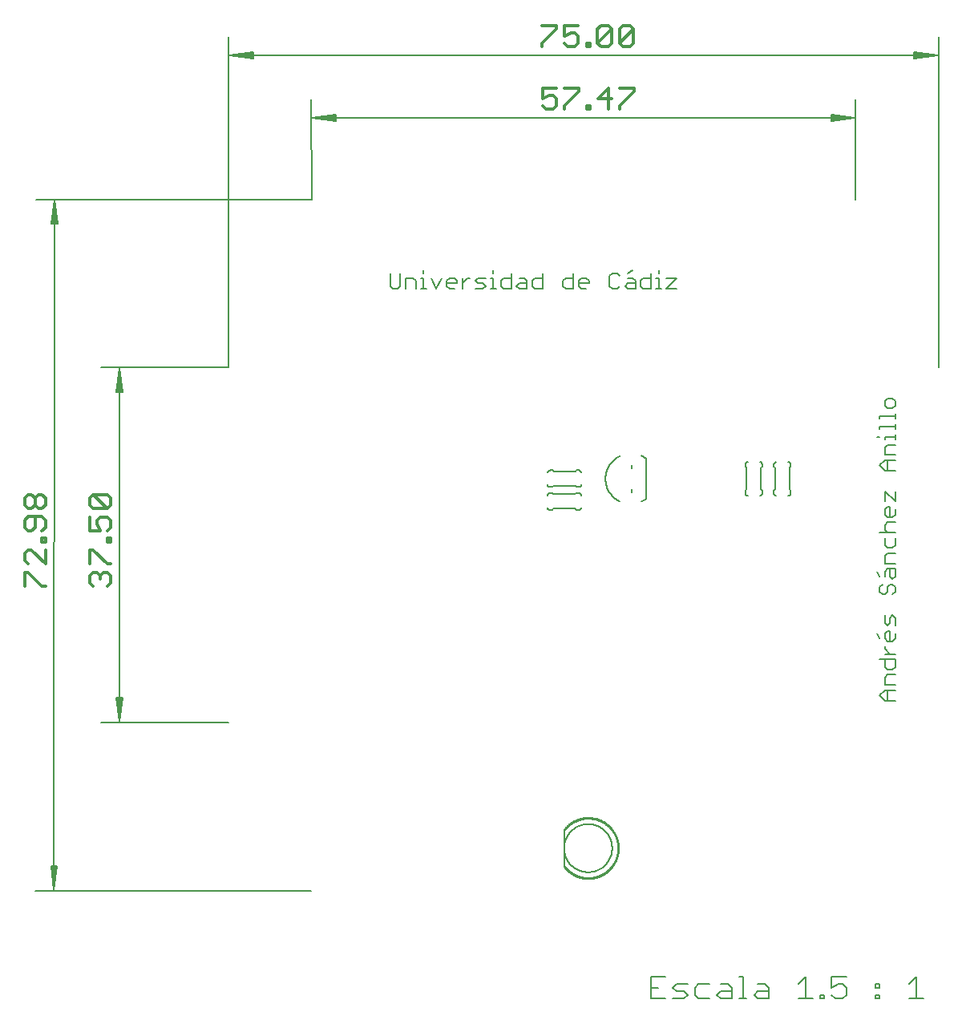
<source format=gto>
G75*
%MOIN*%
%OFA0B0*%
%FSLAX25Y25*%
%IPPOS*%
%LPD*%
%AMOC8*
5,1,8,0,0,1.08239X$1,22.5*
%
%ADD10C,0.00600*%
%ADD11C,0.00800*%
%ADD12C,0.00512*%
%ADD13C,0.01300*%
%ADD14C,0.01000*%
%ADD15C,0.00500*%
D10*
X0223439Y0207895D02*
X0224439Y0207895D01*
X0224939Y0208395D01*
X0233939Y0208395D01*
X0234439Y0207895D01*
X0235439Y0207895D01*
X0235499Y0207897D01*
X0235560Y0207902D01*
X0235619Y0207911D01*
X0235678Y0207924D01*
X0235737Y0207940D01*
X0235794Y0207960D01*
X0235849Y0207983D01*
X0235904Y0208010D01*
X0235956Y0208039D01*
X0236007Y0208072D01*
X0236056Y0208108D01*
X0236102Y0208146D01*
X0236146Y0208188D01*
X0236188Y0208232D01*
X0236226Y0208278D01*
X0236262Y0208327D01*
X0236295Y0208378D01*
X0236324Y0208430D01*
X0236351Y0208485D01*
X0236374Y0208540D01*
X0236394Y0208597D01*
X0236410Y0208656D01*
X0236423Y0208715D01*
X0236432Y0208774D01*
X0236437Y0208835D01*
X0236439Y0208895D01*
X0236439Y0213895D02*
X0236437Y0213955D01*
X0236432Y0214016D01*
X0236423Y0214075D01*
X0236410Y0214134D01*
X0236394Y0214193D01*
X0236374Y0214250D01*
X0236351Y0214305D01*
X0236324Y0214360D01*
X0236295Y0214412D01*
X0236262Y0214463D01*
X0236226Y0214512D01*
X0236188Y0214558D01*
X0236146Y0214602D01*
X0236102Y0214644D01*
X0236056Y0214682D01*
X0236007Y0214718D01*
X0235956Y0214751D01*
X0235904Y0214780D01*
X0235849Y0214807D01*
X0235794Y0214830D01*
X0235737Y0214850D01*
X0235678Y0214866D01*
X0235619Y0214879D01*
X0235560Y0214888D01*
X0235499Y0214893D01*
X0235439Y0214895D01*
X0234439Y0214895D01*
X0233939Y0214395D01*
X0224939Y0214395D01*
X0224439Y0214895D01*
X0223439Y0214895D01*
X0223379Y0214893D01*
X0223318Y0214888D01*
X0223259Y0214879D01*
X0223200Y0214866D01*
X0223141Y0214850D01*
X0223084Y0214830D01*
X0223029Y0214807D01*
X0222974Y0214780D01*
X0222922Y0214751D01*
X0222871Y0214718D01*
X0222822Y0214682D01*
X0222776Y0214644D01*
X0222732Y0214602D01*
X0222690Y0214558D01*
X0222652Y0214512D01*
X0222616Y0214463D01*
X0222583Y0214412D01*
X0222554Y0214360D01*
X0222527Y0214305D01*
X0222504Y0214250D01*
X0222484Y0214193D01*
X0222468Y0214134D01*
X0222455Y0214075D01*
X0222446Y0214016D01*
X0222441Y0213955D01*
X0222439Y0213895D01*
X0223502Y0217369D02*
X0224502Y0217369D01*
X0225002Y0217869D01*
X0234002Y0217869D01*
X0234502Y0217369D01*
X0235502Y0217369D01*
X0235562Y0217371D01*
X0235623Y0217376D01*
X0235682Y0217385D01*
X0235741Y0217398D01*
X0235800Y0217414D01*
X0235857Y0217434D01*
X0235912Y0217457D01*
X0235967Y0217484D01*
X0236019Y0217513D01*
X0236070Y0217546D01*
X0236119Y0217582D01*
X0236165Y0217620D01*
X0236209Y0217662D01*
X0236251Y0217706D01*
X0236289Y0217752D01*
X0236325Y0217801D01*
X0236358Y0217852D01*
X0236387Y0217904D01*
X0236414Y0217959D01*
X0236437Y0218014D01*
X0236457Y0218071D01*
X0236473Y0218130D01*
X0236486Y0218189D01*
X0236495Y0218248D01*
X0236500Y0218309D01*
X0236502Y0218369D01*
X0236502Y0223369D02*
X0236500Y0223429D01*
X0236495Y0223490D01*
X0236486Y0223549D01*
X0236473Y0223608D01*
X0236457Y0223667D01*
X0236437Y0223724D01*
X0236414Y0223779D01*
X0236387Y0223834D01*
X0236358Y0223886D01*
X0236325Y0223937D01*
X0236289Y0223986D01*
X0236251Y0224032D01*
X0236209Y0224076D01*
X0236165Y0224118D01*
X0236119Y0224156D01*
X0236070Y0224192D01*
X0236019Y0224225D01*
X0235967Y0224254D01*
X0235912Y0224281D01*
X0235857Y0224304D01*
X0235800Y0224324D01*
X0235741Y0224340D01*
X0235682Y0224353D01*
X0235623Y0224362D01*
X0235562Y0224367D01*
X0235502Y0224369D01*
X0234502Y0224369D01*
X0234002Y0223869D01*
X0225002Y0223869D01*
X0224502Y0224369D01*
X0223502Y0224369D01*
X0223442Y0224367D01*
X0223381Y0224362D01*
X0223322Y0224353D01*
X0223263Y0224340D01*
X0223204Y0224324D01*
X0223147Y0224304D01*
X0223092Y0224281D01*
X0223037Y0224254D01*
X0222985Y0224225D01*
X0222934Y0224192D01*
X0222885Y0224156D01*
X0222839Y0224118D01*
X0222795Y0224076D01*
X0222753Y0224032D01*
X0222715Y0223986D01*
X0222679Y0223937D01*
X0222646Y0223886D01*
X0222617Y0223834D01*
X0222590Y0223779D01*
X0222567Y0223724D01*
X0222547Y0223667D01*
X0222531Y0223608D01*
X0222518Y0223549D01*
X0222509Y0223490D01*
X0222504Y0223429D01*
X0222502Y0223369D01*
X0222502Y0218369D02*
X0222504Y0218309D01*
X0222509Y0218248D01*
X0222518Y0218189D01*
X0222531Y0218130D01*
X0222547Y0218071D01*
X0222567Y0218014D01*
X0222590Y0217959D01*
X0222617Y0217904D01*
X0222646Y0217852D01*
X0222679Y0217801D01*
X0222715Y0217752D01*
X0222753Y0217706D01*
X0222795Y0217662D01*
X0222839Y0217620D01*
X0222885Y0217582D01*
X0222934Y0217546D01*
X0222985Y0217513D01*
X0223037Y0217484D01*
X0223092Y0217457D01*
X0223147Y0217434D01*
X0223204Y0217414D01*
X0223263Y0217398D01*
X0223322Y0217385D01*
X0223381Y0217376D01*
X0223442Y0217371D01*
X0223502Y0217369D01*
X0222439Y0208895D02*
X0222441Y0208835D01*
X0222446Y0208774D01*
X0222455Y0208715D01*
X0222468Y0208656D01*
X0222484Y0208597D01*
X0222504Y0208540D01*
X0222527Y0208485D01*
X0222554Y0208430D01*
X0222583Y0208378D01*
X0222616Y0208327D01*
X0222652Y0208278D01*
X0222690Y0208232D01*
X0222732Y0208188D01*
X0222776Y0208146D01*
X0222822Y0208108D01*
X0222871Y0208072D01*
X0222922Y0208039D01*
X0222974Y0208010D01*
X0223029Y0207983D01*
X0223084Y0207960D01*
X0223141Y0207940D01*
X0223200Y0207924D01*
X0223259Y0207911D01*
X0223318Y0207902D01*
X0223379Y0207897D01*
X0223439Y0207895D01*
X0304742Y0214869D02*
X0304742Y0215869D01*
X0305242Y0216369D01*
X0305242Y0225369D01*
X0304742Y0225869D01*
X0304742Y0226869D01*
X0304744Y0226929D01*
X0304749Y0226990D01*
X0304758Y0227049D01*
X0304771Y0227108D01*
X0304787Y0227167D01*
X0304807Y0227224D01*
X0304830Y0227279D01*
X0304857Y0227334D01*
X0304886Y0227386D01*
X0304919Y0227437D01*
X0304955Y0227486D01*
X0304993Y0227532D01*
X0305035Y0227576D01*
X0305079Y0227618D01*
X0305125Y0227656D01*
X0305174Y0227692D01*
X0305225Y0227725D01*
X0305277Y0227754D01*
X0305332Y0227781D01*
X0305387Y0227804D01*
X0305444Y0227824D01*
X0305503Y0227840D01*
X0305562Y0227853D01*
X0305621Y0227862D01*
X0305682Y0227867D01*
X0305742Y0227869D01*
X0310742Y0227869D02*
X0310802Y0227867D01*
X0310863Y0227862D01*
X0310922Y0227853D01*
X0310981Y0227840D01*
X0311040Y0227824D01*
X0311097Y0227804D01*
X0311152Y0227781D01*
X0311207Y0227754D01*
X0311259Y0227725D01*
X0311310Y0227692D01*
X0311359Y0227656D01*
X0311405Y0227618D01*
X0311449Y0227576D01*
X0311491Y0227532D01*
X0311529Y0227486D01*
X0311565Y0227437D01*
X0311598Y0227386D01*
X0311627Y0227334D01*
X0311654Y0227279D01*
X0311677Y0227224D01*
X0311697Y0227167D01*
X0311713Y0227108D01*
X0311726Y0227049D01*
X0311735Y0226990D01*
X0311740Y0226929D01*
X0311742Y0226869D01*
X0311742Y0225869D01*
X0311242Y0225369D01*
X0311242Y0216369D01*
X0311742Y0215869D01*
X0311742Y0214869D01*
X0311740Y0214809D01*
X0311735Y0214748D01*
X0311726Y0214689D01*
X0311713Y0214630D01*
X0311697Y0214571D01*
X0311677Y0214514D01*
X0311654Y0214459D01*
X0311627Y0214404D01*
X0311598Y0214352D01*
X0311565Y0214301D01*
X0311529Y0214252D01*
X0311491Y0214206D01*
X0311449Y0214162D01*
X0311405Y0214120D01*
X0311359Y0214082D01*
X0311310Y0214046D01*
X0311259Y0214013D01*
X0311207Y0213984D01*
X0311152Y0213957D01*
X0311097Y0213934D01*
X0311040Y0213914D01*
X0310981Y0213898D01*
X0310922Y0213885D01*
X0310863Y0213876D01*
X0310802Y0213871D01*
X0310742Y0213869D01*
X0305742Y0213869D02*
X0305682Y0213871D01*
X0305621Y0213876D01*
X0305562Y0213885D01*
X0305503Y0213898D01*
X0305444Y0213914D01*
X0305387Y0213934D01*
X0305332Y0213957D01*
X0305277Y0213984D01*
X0305225Y0214013D01*
X0305174Y0214046D01*
X0305125Y0214082D01*
X0305079Y0214120D01*
X0305035Y0214162D01*
X0304993Y0214206D01*
X0304955Y0214252D01*
X0304919Y0214301D01*
X0304886Y0214352D01*
X0304857Y0214404D01*
X0304830Y0214459D01*
X0304807Y0214514D01*
X0304787Y0214571D01*
X0304771Y0214630D01*
X0304758Y0214689D01*
X0304749Y0214748D01*
X0304744Y0214809D01*
X0304742Y0214869D01*
X0316553Y0214869D02*
X0316553Y0215869D01*
X0317053Y0216369D01*
X0317053Y0225369D01*
X0316553Y0225869D01*
X0316553Y0226869D01*
X0316555Y0226929D01*
X0316560Y0226990D01*
X0316569Y0227049D01*
X0316582Y0227108D01*
X0316598Y0227167D01*
X0316618Y0227224D01*
X0316641Y0227279D01*
X0316668Y0227334D01*
X0316697Y0227386D01*
X0316730Y0227437D01*
X0316766Y0227486D01*
X0316804Y0227532D01*
X0316846Y0227576D01*
X0316890Y0227618D01*
X0316936Y0227656D01*
X0316985Y0227692D01*
X0317036Y0227725D01*
X0317088Y0227754D01*
X0317143Y0227781D01*
X0317198Y0227804D01*
X0317255Y0227824D01*
X0317314Y0227840D01*
X0317373Y0227853D01*
X0317432Y0227862D01*
X0317493Y0227867D01*
X0317553Y0227869D01*
X0322553Y0227869D02*
X0322613Y0227867D01*
X0322674Y0227862D01*
X0322733Y0227853D01*
X0322792Y0227840D01*
X0322851Y0227824D01*
X0322908Y0227804D01*
X0322963Y0227781D01*
X0323018Y0227754D01*
X0323070Y0227725D01*
X0323121Y0227692D01*
X0323170Y0227656D01*
X0323216Y0227618D01*
X0323260Y0227576D01*
X0323302Y0227532D01*
X0323340Y0227486D01*
X0323376Y0227437D01*
X0323409Y0227386D01*
X0323438Y0227334D01*
X0323465Y0227279D01*
X0323488Y0227224D01*
X0323508Y0227167D01*
X0323524Y0227108D01*
X0323537Y0227049D01*
X0323546Y0226990D01*
X0323551Y0226929D01*
X0323553Y0226869D01*
X0323553Y0225869D01*
X0323053Y0225369D01*
X0323053Y0216369D01*
X0323553Y0215869D01*
X0323553Y0214869D01*
X0323551Y0214809D01*
X0323546Y0214748D01*
X0323537Y0214689D01*
X0323524Y0214630D01*
X0323508Y0214571D01*
X0323488Y0214514D01*
X0323465Y0214459D01*
X0323438Y0214404D01*
X0323409Y0214352D01*
X0323376Y0214301D01*
X0323340Y0214252D01*
X0323302Y0214206D01*
X0323260Y0214162D01*
X0323216Y0214120D01*
X0323170Y0214082D01*
X0323121Y0214046D01*
X0323070Y0214013D01*
X0323018Y0213984D01*
X0322963Y0213957D01*
X0322908Y0213934D01*
X0322851Y0213914D01*
X0322792Y0213898D01*
X0322733Y0213885D01*
X0322674Y0213876D01*
X0322613Y0213871D01*
X0322553Y0213869D01*
X0317553Y0213869D02*
X0317493Y0213871D01*
X0317432Y0213876D01*
X0317373Y0213885D01*
X0317314Y0213898D01*
X0317255Y0213914D01*
X0317198Y0213934D01*
X0317143Y0213957D01*
X0317088Y0213984D01*
X0317036Y0214013D01*
X0316985Y0214046D01*
X0316936Y0214082D01*
X0316890Y0214120D01*
X0316846Y0214162D01*
X0316804Y0214206D01*
X0316766Y0214252D01*
X0316730Y0214301D01*
X0316697Y0214352D01*
X0316668Y0214404D01*
X0316641Y0214459D01*
X0316618Y0214514D01*
X0316598Y0214571D01*
X0316582Y0214630D01*
X0316569Y0214689D01*
X0316560Y0214748D01*
X0316555Y0214809D01*
X0316553Y0214869D01*
X0360592Y0226392D02*
X0362727Y0228528D01*
X0366997Y0228528D01*
X0366997Y0230703D02*
X0362727Y0230703D01*
X0362727Y0233906D01*
X0363794Y0234973D01*
X0366997Y0234973D01*
X0366997Y0237148D02*
X0366997Y0239283D01*
X0366997Y0238216D02*
X0362727Y0238216D01*
X0362727Y0237148D01*
X0360592Y0238216D02*
X0359524Y0238216D01*
X0360592Y0241445D02*
X0360592Y0242513D01*
X0366997Y0242513D01*
X0366997Y0243580D02*
X0366997Y0241445D01*
X0366997Y0245742D02*
X0366997Y0247877D01*
X0366997Y0246810D02*
X0360592Y0246810D01*
X0360592Y0245742D01*
X0363794Y0250039D02*
X0362727Y0251107D01*
X0362727Y0253242D01*
X0363794Y0254310D01*
X0365930Y0254310D01*
X0366997Y0253242D01*
X0366997Y0251107D01*
X0365930Y0250039D01*
X0363794Y0250039D01*
X0363794Y0228528D02*
X0363794Y0224257D01*
X0362727Y0224257D02*
X0366997Y0224257D01*
X0362727Y0224257D02*
X0360592Y0226392D01*
X0362727Y0215637D02*
X0366997Y0211366D01*
X0366997Y0215637D01*
X0362727Y0215637D02*
X0362727Y0211366D01*
X0363794Y0209191D02*
X0362727Y0208124D01*
X0362727Y0205988D01*
X0363794Y0204921D01*
X0365930Y0204921D01*
X0366997Y0205988D01*
X0366997Y0208124D01*
X0364862Y0209191D02*
X0364862Y0204921D01*
X0363794Y0202746D02*
X0362727Y0201678D01*
X0362727Y0199543D01*
X0363794Y0198475D01*
X0362727Y0196300D02*
X0362727Y0193097D01*
X0363794Y0192030D01*
X0365930Y0192030D01*
X0366997Y0193097D01*
X0366997Y0196300D01*
X0366997Y0198475D02*
X0360592Y0198475D01*
X0363794Y0202746D02*
X0366997Y0202746D01*
X0364862Y0209191D02*
X0363794Y0209191D01*
X0363794Y0189855D02*
X0362727Y0188787D01*
X0362727Y0185584D01*
X0366997Y0185584D01*
X0366997Y0183409D02*
X0366997Y0180206D01*
X0365930Y0179139D01*
X0364862Y0180206D01*
X0364862Y0183409D01*
X0363794Y0183409D02*
X0366997Y0183409D01*
X0363794Y0183409D02*
X0362727Y0182342D01*
X0362727Y0180206D01*
X0360592Y0180206D02*
X0359524Y0182342D01*
X0363794Y0189855D02*
X0366997Y0189855D01*
X0365930Y0176964D02*
X0366997Y0175896D01*
X0366997Y0173761D01*
X0365930Y0172693D01*
X0363794Y0173761D02*
X0363794Y0175896D01*
X0364862Y0176964D01*
X0365930Y0176964D01*
X0363794Y0173761D02*
X0362727Y0172693D01*
X0361659Y0172693D01*
X0360592Y0173761D01*
X0360592Y0175896D01*
X0361659Y0176964D01*
X0362727Y0164073D02*
X0362727Y0160870D01*
X0363794Y0159802D01*
X0364862Y0160870D01*
X0364862Y0163005D01*
X0365930Y0164073D01*
X0366997Y0163005D01*
X0366997Y0159802D01*
X0364862Y0157627D02*
X0364862Y0153357D01*
X0365930Y0153357D02*
X0363794Y0153357D01*
X0362727Y0154424D01*
X0362727Y0156560D01*
X0363794Y0157627D01*
X0364862Y0157627D01*
X0366997Y0156560D02*
X0366997Y0154424D01*
X0365930Y0153357D01*
X0362727Y0151188D02*
X0362727Y0150121D01*
X0364862Y0147986D01*
X0366997Y0147986D02*
X0362727Y0147986D01*
X0362727Y0145810D02*
X0362727Y0142608D01*
X0363794Y0141540D01*
X0365930Y0141540D01*
X0366997Y0142608D01*
X0366997Y0145810D01*
X0360592Y0145810D01*
X0363794Y0139365D02*
X0362727Y0138297D01*
X0362727Y0135095D01*
X0366997Y0135095D01*
X0366997Y0132919D02*
X0362727Y0132919D01*
X0360592Y0130784D01*
X0362727Y0128649D01*
X0366997Y0128649D01*
X0363794Y0128649D02*
X0363794Y0132919D01*
X0363794Y0139365D02*
X0366997Y0139365D01*
X0360592Y0154424D02*
X0359524Y0156560D01*
X0229344Y0067325D02*
X0229347Y0067570D01*
X0229356Y0067816D01*
X0229371Y0068061D01*
X0229392Y0068305D01*
X0229419Y0068549D01*
X0229452Y0068792D01*
X0229491Y0069035D01*
X0229536Y0069276D01*
X0229587Y0069516D01*
X0229644Y0069755D01*
X0229706Y0069992D01*
X0229775Y0070228D01*
X0229849Y0070462D01*
X0229929Y0070694D01*
X0230014Y0070924D01*
X0230105Y0071152D01*
X0230202Y0071377D01*
X0230304Y0071601D01*
X0230412Y0071821D01*
X0230525Y0072039D01*
X0230643Y0072254D01*
X0230767Y0072466D01*
X0230895Y0072675D01*
X0231029Y0072881D01*
X0231168Y0073083D01*
X0231312Y0073282D01*
X0231461Y0073477D01*
X0231614Y0073669D01*
X0231772Y0073857D01*
X0231934Y0074041D01*
X0232102Y0074220D01*
X0232273Y0074396D01*
X0232449Y0074567D01*
X0232628Y0074735D01*
X0232812Y0074897D01*
X0233000Y0075055D01*
X0233192Y0075208D01*
X0233387Y0075357D01*
X0233586Y0075501D01*
X0233788Y0075640D01*
X0233994Y0075774D01*
X0234203Y0075902D01*
X0234415Y0076026D01*
X0234630Y0076144D01*
X0234848Y0076257D01*
X0235068Y0076365D01*
X0235292Y0076467D01*
X0235517Y0076564D01*
X0235745Y0076655D01*
X0235975Y0076740D01*
X0236207Y0076820D01*
X0236441Y0076894D01*
X0236677Y0076963D01*
X0236914Y0077025D01*
X0237153Y0077082D01*
X0237393Y0077133D01*
X0237634Y0077178D01*
X0237877Y0077217D01*
X0238120Y0077250D01*
X0238364Y0077277D01*
X0238608Y0077298D01*
X0238853Y0077313D01*
X0239099Y0077322D01*
X0239344Y0077325D01*
X0239589Y0077322D01*
X0239835Y0077313D01*
X0240080Y0077298D01*
X0240324Y0077277D01*
X0240568Y0077250D01*
X0240811Y0077217D01*
X0241054Y0077178D01*
X0241295Y0077133D01*
X0241535Y0077082D01*
X0241774Y0077025D01*
X0242011Y0076963D01*
X0242247Y0076894D01*
X0242481Y0076820D01*
X0242713Y0076740D01*
X0242943Y0076655D01*
X0243171Y0076564D01*
X0243396Y0076467D01*
X0243620Y0076365D01*
X0243840Y0076257D01*
X0244058Y0076144D01*
X0244273Y0076026D01*
X0244485Y0075902D01*
X0244694Y0075774D01*
X0244900Y0075640D01*
X0245102Y0075501D01*
X0245301Y0075357D01*
X0245496Y0075208D01*
X0245688Y0075055D01*
X0245876Y0074897D01*
X0246060Y0074735D01*
X0246239Y0074567D01*
X0246415Y0074396D01*
X0246586Y0074220D01*
X0246754Y0074041D01*
X0246916Y0073857D01*
X0247074Y0073669D01*
X0247227Y0073477D01*
X0247376Y0073282D01*
X0247520Y0073083D01*
X0247659Y0072881D01*
X0247793Y0072675D01*
X0247921Y0072466D01*
X0248045Y0072254D01*
X0248163Y0072039D01*
X0248276Y0071821D01*
X0248384Y0071601D01*
X0248486Y0071377D01*
X0248583Y0071152D01*
X0248674Y0070924D01*
X0248759Y0070694D01*
X0248839Y0070462D01*
X0248913Y0070228D01*
X0248982Y0069992D01*
X0249044Y0069755D01*
X0249101Y0069516D01*
X0249152Y0069276D01*
X0249197Y0069035D01*
X0249236Y0068792D01*
X0249269Y0068549D01*
X0249296Y0068305D01*
X0249317Y0068061D01*
X0249332Y0067816D01*
X0249341Y0067570D01*
X0249344Y0067325D01*
X0249341Y0067080D01*
X0249332Y0066834D01*
X0249317Y0066589D01*
X0249296Y0066345D01*
X0249269Y0066101D01*
X0249236Y0065858D01*
X0249197Y0065615D01*
X0249152Y0065374D01*
X0249101Y0065134D01*
X0249044Y0064895D01*
X0248982Y0064658D01*
X0248913Y0064422D01*
X0248839Y0064188D01*
X0248759Y0063956D01*
X0248674Y0063726D01*
X0248583Y0063498D01*
X0248486Y0063273D01*
X0248384Y0063049D01*
X0248276Y0062829D01*
X0248163Y0062611D01*
X0248045Y0062396D01*
X0247921Y0062184D01*
X0247793Y0061975D01*
X0247659Y0061769D01*
X0247520Y0061567D01*
X0247376Y0061368D01*
X0247227Y0061173D01*
X0247074Y0060981D01*
X0246916Y0060793D01*
X0246754Y0060609D01*
X0246586Y0060430D01*
X0246415Y0060254D01*
X0246239Y0060083D01*
X0246060Y0059915D01*
X0245876Y0059753D01*
X0245688Y0059595D01*
X0245496Y0059442D01*
X0245301Y0059293D01*
X0245102Y0059149D01*
X0244900Y0059010D01*
X0244694Y0058876D01*
X0244485Y0058748D01*
X0244273Y0058624D01*
X0244058Y0058506D01*
X0243840Y0058393D01*
X0243620Y0058285D01*
X0243396Y0058183D01*
X0243171Y0058086D01*
X0242943Y0057995D01*
X0242713Y0057910D01*
X0242481Y0057830D01*
X0242247Y0057756D01*
X0242011Y0057687D01*
X0241774Y0057625D01*
X0241535Y0057568D01*
X0241295Y0057517D01*
X0241054Y0057472D01*
X0240811Y0057433D01*
X0240568Y0057400D01*
X0240324Y0057373D01*
X0240080Y0057352D01*
X0239835Y0057337D01*
X0239589Y0057328D01*
X0239344Y0057325D01*
X0239099Y0057328D01*
X0238853Y0057337D01*
X0238608Y0057352D01*
X0238364Y0057373D01*
X0238120Y0057400D01*
X0237877Y0057433D01*
X0237634Y0057472D01*
X0237393Y0057517D01*
X0237153Y0057568D01*
X0236914Y0057625D01*
X0236677Y0057687D01*
X0236441Y0057756D01*
X0236207Y0057830D01*
X0235975Y0057910D01*
X0235745Y0057995D01*
X0235517Y0058086D01*
X0235292Y0058183D01*
X0235068Y0058285D01*
X0234848Y0058393D01*
X0234630Y0058506D01*
X0234415Y0058624D01*
X0234203Y0058748D01*
X0233994Y0058876D01*
X0233788Y0059010D01*
X0233586Y0059149D01*
X0233387Y0059293D01*
X0233192Y0059442D01*
X0233000Y0059595D01*
X0232812Y0059753D01*
X0232628Y0059915D01*
X0232449Y0060083D01*
X0232273Y0060254D01*
X0232102Y0060430D01*
X0231934Y0060609D01*
X0231772Y0060793D01*
X0231614Y0060981D01*
X0231461Y0061173D01*
X0231312Y0061368D01*
X0231168Y0061567D01*
X0231029Y0061769D01*
X0230895Y0061975D01*
X0230767Y0062184D01*
X0230643Y0062396D01*
X0230525Y0062611D01*
X0230412Y0062829D01*
X0230304Y0063049D01*
X0230202Y0063273D01*
X0230105Y0063498D01*
X0230014Y0063726D01*
X0229929Y0063956D01*
X0229849Y0064188D01*
X0229775Y0064422D01*
X0229706Y0064658D01*
X0229644Y0064895D01*
X0229587Y0065134D01*
X0229536Y0065374D01*
X0229491Y0065615D01*
X0229452Y0065858D01*
X0229419Y0066101D01*
X0229392Y0066345D01*
X0229371Y0066589D01*
X0229356Y0066834D01*
X0229347Y0067080D01*
X0229344Y0067325D01*
X0230009Y0299909D02*
X0228942Y0300976D01*
X0228942Y0303112D01*
X0230009Y0304179D01*
X0233212Y0304179D01*
X0233212Y0306314D02*
X0233212Y0299909D01*
X0230009Y0299909D01*
X0235387Y0300976D02*
X0235387Y0303112D01*
X0236455Y0304179D01*
X0238590Y0304179D01*
X0239658Y0303112D01*
X0239658Y0302044D01*
X0235387Y0302044D01*
X0235387Y0300976D02*
X0236455Y0299909D01*
X0238590Y0299909D01*
X0248278Y0300976D02*
X0249346Y0299909D01*
X0251481Y0299909D01*
X0252549Y0300976D01*
X0254724Y0300976D02*
X0255791Y0302044D01*
X0258994Y0302044D01*
X0258994Y0303112D02*
X0258994Y0299909D01*
X0255791Y0299909D01*
X0254724Y0300976D01*
X0255791Y0304179D02*
X0257927Y0304179D01*
X0258994Y0303112D01*
X0261169Y0303112D02*
X0261169Y0300976D01*
X0262237Y0299909D01*
X0265440Y0299909D01*
X0265440Y0306314D01*
X0265440Y0304179D02*
X0262237Y0304179D01*
X0261169Y0303112D01*
X0257927Y0307382D02*
X0255791Y0306314D01*
X0252549Y0305247D02*
X0251481Y0306314D01*
X0249346Y0306314D01*
X0248278Y0305247D01*
X0248278Y0300976D01*
X0267615Y0299909D02*
X0269750Y0299909D01*
X0268682Y0299909D02*
X0268682Y0304179D01*
X0267615Y0304179D01*
X0268682Y0306314D02*
X0268682Y0307382D01*
X0271912Y0304179D02*
X0276182Y0304179D01*
X0271912Y0299909D01*
X0276182Y0299909D01*
X0220321Y0299909D02*
X0217118Y0299909D01*
X0216051Y0300976D01*
X0216051Y0303112D01*
X0217118Y0304179D01*
X0220321Y0304179D01*
X0220321Y0306314D02*
X0220321Y0299909D01*
X0213876Y0299909D02*
X0213876Y0303112D01*
X0212808Y0304179D01*
X0210673Y0304179D01*
X0210673Y0302044D02*
X0213876Y0302044D01*
X0213876Y0299909D02*
X0210673Y0299909D01*
X0209605Y0300976D01*
X0210673Y0302044D01*
X0207430Y0299909D02*
X0207430Y0306314D01*
X0207430Y0304179D02*
X0204227Y0304179D01*
X0203160Y0303112D01*
X0203160Y0300976D01*
X0204227Y0299909D01*
X0207430Y0299909D01*
X0200998Y0299909D02*
X0198863Y0299909D01*
X0199930Y0299909D02*
X0199930Y0304179D01*
X0198863Y0304179D01*
X0196688Y0304179D02*
X0193485Y0304179D01*
X0192417Y0303112D01*
X0193485Y0302044D01*
X0195620Y0302044D01*
X0196688Y0300976D01*
X0195620Y0299909D01*
X0192417Y0299909D01*
X0190249Y0304179D02*
X0189181Y0304179D01*
X0187046Y0302044D01*
X0187046Y0299909D02*
X0187046Y0304179D01*
X0184871Y0303112D02*
X0184871Y0302044D01*
X0180601Y0302044D01*
X0180601Y0300976D02*
X0180601Y0303112D01*
X0181668Y0304179D01*
X0183803Y0304179D01*
X0184871Y0303112D01*
X0183803Y0299909D02*
X0181668Y0299909D01*
X0180601Y0300976D01*
X0178425Y0304179D02*
X0176290Y0299909D01*
X0174155Y0304179D01*
X0170926Y0304179D02*
X0170926Y0299909D01*
X0171993Y0299909D02*
X0169858Y0299909D01*
X0167683Y0299909D02*
X0167683Y0303112D01*
X0166615Y0304179D01*
X0163413Y0304179D01*
X0163413Y0299909D01*
X0161237Y0300976D02*
X0161237Y0306314D01*
X0156967Y0306314D02*
X0156967Y0300976D01*
X0158035Y0299909D01*
X0160170Y0299909D01*
X0161237Y0300976D01*
X0169858Y0304179D02*
X0170926Y0304179D01*
X0170926Y0306314D02*
X0170926Y0307382D01*
X0199930Y0307382D02*
X0199930Y0306314D01*
D11*
X0229344Y0074825D02*
X0229344Y0059825D01*
X0265335Y0013941D02*
X0265335Y0004733D01*
X0271473Y0004733D01*
X0274543Y0004733D02*
X0279147Y0004733D01*
X0280681Y0006268D01*
X0279147Y0007803D01*
X0276077Y0007803D01*
X0274543Y0009337D01*
X0276077Y0010872D01*
X0280681Y0010872D01*
X0283751Y0009337D02*
X0283751Y0006268D01*
X0285285Y0004733D01*
X0289889Y0004733D01*
X0292958Y0006268D02*
X0294493Y0007803D01*
X0299097Y0007803D01*
X0299097Y0009337D02*
X0299097Y0004733D01*
X0294493Y0004733D01*
X0292958Y0006268D01*
X0294493Y0010872D02*
X0297562Y0010872D01*
X0299097Y0009337D01*
X0302166Y0004733D02*
X0305236Y0004733D01*
X0303701Y0004733D02*
X0303701Y0013941D01*
X0302166Y0013941D01*
X0309840Y0010872D02*
X0312909Y0010872D01*
X0314443Y0009337D01*
X0314443Y0004733D01*
X0309840Y0004733D01*
X0308305Y0006268D01*
X0309840Y0007803D01*
X0314443Y0007803D01*
X0326721Y0010872D02*
X0329790Y0013941D01*
X0329790Y0004733D01*
X0326721Y0004733D02*
X0332859Y0004733D01*
X0335928Y0004733D02*
X0337463Y0004733D01*
X0337463Y0006268D01*
X0335928Y0006268D01*
X0335928Y0004733D01*
X0340532Y0006268D02*
X0342067Y0004733D01*
X0345136Y0004733D01*
X0346671Y0006268D01*
X0346671Y0009337D01*
X0345136Y0010872D01*
X0343602Y0010872D01*
X0340532Y0009337D01*
X0340532Y0013941D01*
X0346671Y0013941D01*
X0358948Y0010872D02*
X0358948Y0009337D01*
X0360483Y0009337D01*
X0360483Y0010872D01*
X0358948Y0010872D01*
X0358948Y0006268D02*
X0358948Y0004733D01*
X0360483Y0004733D01*
X0360483Y0006268D01*
X0358948Y0006268D01*
X0372760Y0004733D02*
X0378898Y0004733D01*
X0375829Y0004733D02*
X0375829Y0013941D01*
X0372760Y0010872D01*
X0289889Y0010872D02*
X0285285Y0010872D01*
X0283751Y0009337D01*
X0271473Y0013941D02*
X0265335Y0013941D01*
X0265335Y0009337D02*
X0268404Y0009337D01*
D12*
X0124187Y0049609D02*
X0009616Y0049656D01*
X0017293Y0049909D02*
X0018321Y0059889D01*
X0018554Y0059889D02*
X0017293Y0049909D01*
X0016274Y0059889D01*
X0016041Y0059890D02*
X0018554Y0059889D01*
X0017809Y0059889D02*
X0017293Y0049909D01*
X0016786Y0059889D01*
X0016041Y0059890D02*
X0017293Y0049909D01*
X0017411Y0336720D01*
X0018431Y0326739D01*
X0018664Y0326739D02*
X0017411Y0336720D01*
X0016384Y0326740D01*
X0016150Y0326740D02*
X0018664Y0326739D01*
X0017919Y0326739D02*
X0017411Y0336720D01*
X0016895Y0326740D01*
X0016150Y0326740D02*
X0017411Y0336720D01*
X0009734Y0336979D02*
X0124305Y0336932D01*
X0124291Y0378475D01*
X0124549Y0370798D02*
X0134530Y0369778D01*
X0134530Y0369544D02*
X0124549Y0370798D01*
X0134529Y0371825D01*
X0134529Y0372058D02*
X0134530Y0369544D01*
X0134530Y0370289D02*
X0124549Y0370798D01*
X0134529Y0371313D01*
X0134529Y0372058D02*
X0124549Y0370798D01*
X0350297Y0370876D01*
X0340317Y0369849D01*
X0340317Y0369616D02*
X0350297Y0370876D01*
X0340316Y0371896D01*
X0340316Y0372130D02*
X0340317Y0369616D01*
X0340317Y0370361D02*
X0350297Y0370876D01*
X0340317Y0371385D01*
X0340316Y0372130D02*
X0350297Y0370876D01*
X0350550Y0378554D02*
X0350565Y0337010D01*
X0374777Y0395596D02*
X0384758Y0396853D01*
X0374777Y0395829D01*
X0374777Y0395596D02*
X0374777Y0398110D01*
X0384758Y0396853D01*
X0374777Y0397877D01*
X0374777Y0397365D02*
X0384758Y0396853D01*
X0374777Y0396341D01*
X0384758Y0396853D02*
X0089994Y0396853D01*
X0099974Y0395829D01*
X0099974Y0395596D02*
X0089994Y0396853D01*
X0099974Y0397877D01*
X0099974Y0398110D02*
X0099974Y0395596D01*
X0099974Y0396341D02*
X0089994Y0396853D01*
X0099974Y0397365D01*
X0099974Y0398110D02*
X0089994Y0396853D01*
X0089738Y0404530D02*
X0089738Y0267129D01*
X0036785Y0267129D01*
X0044462Y0266873D02*
X0043206Y0256892D01*
X0045719Y0256892D01*
X0044462Y0266873D01*
X0045486Y0256892D01*
X0044974Y0256892D02*
X0044462Y0266873D01*
X0043439Y0256892D01*
X0043951Y0256892D02*
X0044462Y0266873D01*
X0044462Y0119747D01*
X0045486Y0129727D01*
X0045719Y0129727D02*
X0044462Y0119747D01*
X0043439Y0129727D01*
X0043206Y0129727D02*
X0045719Y0129727D01*
X0044974Y0129727D02*
X0044462Y0119747D01*
X0043951Y0129727D01*
X0043206Y0129727D02*
X0044462Y0119747D01*
X0036785Y0119491D02*
X0089738Y0119491D01*
X0385014Y0267129D02*
X0385014Y0404530D01*
D13*
X0258294Y0401966D02*
X0256843Y0400515D01*
X0253941Y0400515D01*
X0252489Y0401966D01*
X0258294Y0407771D01*
X0258294Y0401966D01*
X0252489Y0401966D02*
X0252489Y0407771D01*
X0253941Y0409222D01*
X0256843Y0409222D01*
X0258294Y0407771D01*
X0249087Y0407771D02*
X0249087Y0401966D01*
X0247635Y0400515D01*
X0244733Y0400515D01*
X0243282Y0401966D01*
X0249087Y0407771D01*
X0247635Y0409222D01*
X0244733Y0409222D01*
X0243282Y0407771D01*
X0243282Y0401966D01*
X0240129Y0401966D02*
X0240129Y0400515D01*
X0238678Y0400515D01*
X0238678Y0401966D01*
X0240129Y0401966D01*
X0235275Y0401966D02*
X0233824Y0400515D01*
X0230921Y0400515D01*
X0229470Y0401966D01*
X0229470Y0404869D02*
X0232372Y0406320D01*
X0233824Y0406320D01*
X0235275Y0404869D01*
X0235275Y0401966D01*
X0229470Y0404869D02*
X0229470Y0409222D01*
X0235275Y0409222D01*
X0226067Y0409222D02*
X0226067Y0407771D01*
X0220262Y0401966D01*
X0220262Y0400515D01*
X0220262Y0409222D02*
X0226067Y0409222D01*
X0226113Y0383200D02*
X0220308Y0383200D01*
X0220308Y0378846D01*
X0223211Y0380298D01*
X0224662Y0380298D01*
X0226113Y0378846D01*
X0226113Y0375944D01*
X0224662Y0374493D01*
X0221759Y0374493D01*
X0220308Y0375944D01*
X0229516Y0375944D02*
X0229516Y0374493D01*
X0229516Y0375944D02*
X0235321Y0381749D01*
X0235321Y0383200D01*
X0229516Y0383200D01*
X0238724Y0375944D02*
X0240175Y0375944D01*
X0240175Y0374493D01*
X0238724Y0374493D01*
X0238724Y0375944D01*
X0243328Y0378846D02*
X0249133Y0378846D01*
X0252536Y0375944D02*
X0252536Y0374493D01*
X0252536Y0375944D02*
X0258341Y0381749D01*
X0258341Y0383200D01*
X0252536Y0383200D01*
X0247682Y0383200D02*
X0243328Y0378846D01*
X0247682Y0374493D02*
X0247682Y0383200D01*
X0040801Y0212777D02*
X0040801Y0209875D01*
X0039349Y0208423D01*
X0033544Y0214228D01*
X0039349Y0214228D01*
X0040801Y0212777D01*
X0039349Y0208423D02*
X0033544Y0208423D01*
X0032093Y0209875D01*
X0032093Y0212777D01*
X0033544Y0214228D01*
X0032093Y0205020D02*
X0032093Y0199215D01*
X0036447Y0199215D01*
X0034996Y0202118D01*
X0034996Y0203569D01*
X0036447Y0205020D01*
X0039349Y0205020D01*
X0040801Y0203569D01*
X0040801Y0200667D01*
X0039349Y0199215D01*
X0039349Y0196063D02*
X0040801Y0196063D01*
X0040801Y0194612D01*
X0039349Y0194612D01*
X0039349Y0196063D01*
X0033544Y0191209D02*
X0039349Y0185404D01*
X0040801Y0185404D01*
X0039349Y0182001D02*
X0037898Y0182001D01*
X0036447Y0180550D01*
X0036447Y0179098D01*
X0036447Y0180550D02*
X0034996Y0182001D01*
X0033544Y0182001D01*
X0032093Y0180550D01*
X0032093Y0177647D01*
X0033544Y0176196D01*
X0039349Y0176196D02*
X0040801Y0177647D01*
X0040801Y0180550D01*
X0039349Y0182001D01*
X0032093Y0185404D02*
X0032093Y0191209D01*
X0033544Y0191209D01*
X0013683Y0191214D02*
X0013683Y0185409D01*
X0007878Y0191214D01*
X0006427Y0191214D01*
X0004976Y0189763D01*
X0004976Y0186861D01*
X0006427Y0185409D01*
X0006427Y0182007D02*
X0012232Y0176202D01*
X0013683Y0176202D01*
X0004976Y0176202D02*
X0004976Y0182007D01*
X0006427Y0182007D01*
X0012232Y0194617D02*
X0012232Y0196069D01*
X0013683Y0196069D01*
X0013683Y0194617D01*
X0012232Y0194617D01*
X0012232Y0199221D02*
X0013683Y0200673D01*
X0013683Y0203575D01*
X0012232Y0205026D01*
X0006427Y0205026D01*
X0004976Y0203575D01*
X0004976Y0200673D01*
X0006427Y0199221D01*
X0007878Y0199221D01*
X0009330Y0200673D01*
X0009330Y0205026D01*
X0010781Y0208429D02*
X0009330Y0209880D01*
X0009330Y0212783D01*
X0010781Y0214234D01*
X0012232Y0214234D01*
X0013683Y0212783D01*
X0013683Y0209880D01*
X0012232Y0208429D01*
X0010781Y0208429D01*
X0009330Y0209880D02*
X0007878Y0208429D01*
X0006427Y0208429D01*
X0004976Y0209880D01*
X0004976Y0212783D01*
X0006427Y0214234D01*
X0007878Y0214234D01*
X0009330Y0212783D01*
D14*
X0229344Y0074825D02*
X0229531Y0075068D01*
X0229723Y0075306D01*
X0229922Y0075539D01*
X0230126Y0075767D01*
X0230335Y0075990D01*
X0230550Y0076208D01*
X0230770Y0076421D01*
X0230995Y0076628D01*
X0231226Y0076830D01*
X0231461Y0077026D01*
X0231701Y0077216D01*
X0231945Y0077400D01*
X0232194Y0077578D01*
X0232448Y0077750D01*
X0232705Y0077916D01*
X0232966Y0078076D01*
X0233231Y0078229D01*
X0233500Y0078375D01*
X0233773Y0078515D01*
X0234048Y0078648D01*
X0234327Y0078774D01*
X0234609Y0078894D01*
X0234894Y0079006D01*
X0235181Y0079111D01*
X0235471Y0079210D01*
X0235763Y0079301D01*
X0236058Y0079385D01*
X0236354Y0079462D01*
X0236652Y0079532D01*
X0236952Y0079594D01*
X0237253Y0079649D01*
X0237555Y0079696D01*
X0237859Y0079736D01*
X0238163Y0079769D01*
X0238468Y0079794D01*
X0238774Y0079812D01*
X0239080Y0079822D01*
X0239386Y0079825D01*
X0239692Y0079820D01*
X0239998Y0079808D01*
X0240304Y0079788D01*
X0240608Y0079761D01*
X0240913Y0079726D01*
X0241216Y0079684D01*
X0241518Y0079635D01*
X0241819Y0079578D01*
X0242118Y0079513D01*
X0242416Y0079442D01*
X0242711Y0079363D01*
X0243005Y0079277D01*
X0243297Y0079184D01*
X0243586Y0079083D01*
X0243873Y0078976D01*
X0244157Y0078861D01*
X0244438Y0078740D01*
X0244716Y0078612D01*
X0244991Y0078477D01*
X0245262Y0078335D01*
X0245530Y0078187D01*
X0245794Y0078032D01*
X0246054Y0077871D01*
X0246310Y0077704D01*
X0246563Y0077530D01*
X0246810Y0077350D01*
X0247054Y0077164D01*
X0247292Y0076973D01*
X0247526Y0076775D01*
X0247755Y0076572D01*
X0247979Y0076363D01*
X0248198Y0076149D01*
X0248411Y0075929D01*
X0248619Y0075705D01*
X0248822Y0075475D01*
X0249018Y0075241D01*
X0249209Y0075001D01*
X0249394Y0074758D01*
X0249573Y0074509D01*
X0249746Y0074257D01*
X0249913Y0074000D01*
X0250073Y0073739D01*
X0250227Y0073474D01*
X0250374Y0073206D01*
X0250515Y0072934D01*
X0250649Y0072659D01*
X0250776Y0072380D01*
X0250897Y0072099D01*
X0251010Y0071814D01*
X0251116Y0071527D01*
X0251216Y0071238D01*
X0251308Y0070946D01*
X0251393Y0070652D01*
X0251471Y0070356D01*
X0251542Y0070058D01*
X0251605Y0069758D01*
X0251661Y0069457D01*
X0251709Y0069155D01*
X0251750Y0068852D01*
X0251784Y0068548D01*
X0251810Y0068243D01*
X0251829Y0067937D01*
X0251840Y0067631D01*
X0251844Y0067325D01*
X0251840Y0067019D01*
X0251829Y0066713D01*
X0251810Y0066407D01*
X0251784Y0066102D01*
X0251750Y0065798D01*
X0251709Y0065495D01*
X0251661Y0065193D01*
X0251605Y0064892D01*
X0251542Y0064592D01*
X0251471Y0064294D01*
X0251393Y0063998D01*
X0251308Y0063704D01*
X0251216Y0063412D01*
X0251116Y0063123D01*
X0251010Y0062836D01*
X0250897Y0062551D01*
X0250776Y0062270D01*
X0250649Y0061991D01*
X0250515Y0061716D01*
X0250374Y0061444D01*
X0250227Y0061176D01*
X0250073Y0060911D01*
X0249913Y0060650D01*
X0249746Y0060393D01*
X0249573Y0060141D01*
X0249394Y0059892D01*
X0249209Y0059649D01*
X0249018Y0059409D01*
X0248822Y0059175D01*
X0248619Y0058945D01*
X0248411Y0058721D01*
X0248198Y0058501D01*
X0247979Y0058287D01*
X0247755Y0058078D01*
X0247526Y0057875D01*
X0247292Y0057677D01*
X0247054Y0057486D01*
X0246810Y0057300D01*
X0246563Y0057120D01*
X0246310Y0056946D01*
X0246054Y0056779D01*
X0245794Y0056618D01*
X0245530Y0056463D01*
X0245262Y0056315D01*
X0244991Y0056173D01*
X0244716Y0056038D01*
X0244438Y0055910D01*
X0244157Y0055789D01*
X0243873Y0055674D01*
X0243586Y0055567D01*
X0243297Y0055466D01*
X0243005Y0055373D01*
X0242711Y0055287D01*
X0242416Y0055208D01*
X0242118Y0055137D01*
X0241819Y0055072D01*
X0241518Y0055015D01*
X0241216Y0054966D01*
X0240913Y0054924D01*
X0240608Y0054889D01*
X0240304Y0054862D01*
X0239998Y0054842D01*
X0239692Y0054830D01*
X0239386Y0054825D01*
X0239080Y0054828D01*
X0238774Y0054838D01*
X0238468Y0054856D01*
X0238163Y0054881D01*
X0237859Y0054914D01*
X0237555Y0054954D01*
X0237253Y0055001D01*
X0236952Y0055056D01*
X0236652Y0055118D01*
X0236354Y0055188D01*
X0236058Y0055265D01*
X0235763Y0055349D01*
X0235471Y0055440D01*
X0235181Y0055539D01*
X0234894Y0055644D01*
X0234609Y0055756D01*
X0234327Y0055876D01*
X0234048Y0056002D01*
X0233773Y0056135D01*
X0233500Y0056275D01*
X0233231Y0056421D01*
X0232966Y0056574D01*
X0232705Y0056734D01*
X0232448Y0056900D01*
X0232194Y0057072D01*
X0231945Y0057250D01*
X0231701Y0057434D01*
X0231461Y0057624D01*
X0231226Y0057820D01*
X0230995Y0058022D01*
X0230770Y0058229D01*
X0230550Y0058442D01*
X0230335Y0058660D01*
X0230126Y0058883D01*
X0229922Y0059111D01*
X0229723Y0059344D01*
X0229531Y0059582D01*
X0229344Y0059825D01*
D15*
X0263561Y0212621D02*
X0263561Y0229117D01*
X0257561Y0226396D02*
X0257561Y0225341D01*
X0261438Y0230415D02*
X0261663Y0230308D01*
X0261886Y0230196D01*
X0262106Y0230079D01*
X0262323Y0229957D01*
X0262538Y0229829D01*
X0262749Y0229696D01*
X0262957Y0229559D01*
X0263161Y0229416D01*
X0263363Y0229269D01*
X0263560Y0229117D01*
X0252589Y0230369D02*
X0252359Y0230257D01*
X0252132Y0230140D01*
X0251908Y0230018D01*
X0251687Y0229890D01*
X0251470Y0229756D01*
X0251255Y0229618D01*
X0251044Y0229474D01*
X0250837Y0229325D01*
X0250633Y0229171D01*
X0250433Y0229013D01*
X0250237Y0228849D01*
X0250045Y0228681D01*
X0249857Y0228508D01*
X0249673Y0228330D01*
X0249494Y0228149D01*
X0249319Y0227962D01*
X0249149Y0227772D01*
X0248984Y0227578D01*
X0248823Y0227379D01*
X0248667Y0227177D01*
X0248516Y0226971D01*
X0248370Y0226761D01*
X0248230Y0226548D01*
X0248094Y0226332D01*
X0247964Y0226112D01*
X0247839Y0225889D01*
X0247720Y0225664D01*
X0247606Y0225435D01*
X0247498Y0225204D01*
X0247395Y0224970D01*
X0247298Y0224734D01*
X0247207Y0224495D01*
X0247122Y0224255D01*
X0247042Y0224012D01*
X0246969Y0223767D01*
X0246901Y0223521D01*
X0246840Y0223273D01*
X0246785Y0223024D01*
X0246735Y0222774D01*
X0246692Y0222522D01*
X0246655Y0222269D01*
X0246624Y0222016D01*
X0246599Y0221762D01*
X0246580Y0221507D01*
X0246568Y0221252D01*
X0246562Y0220997D01*
X0246562Y0220741D01*
X0246568Y0220486D01*
X0246580Y0220231D01*
X0246599Y0219976D01*
X0246624Y0219722D01*
X0246655Y0219469D01*
X0246692Y0219216D01*
X0246735Y0218964D01*
X0246785Y0218714D01*
X0246840Y0218465D01*
X0246901Y0218217D01*
X0246969Y0217971D01*
X0247042Y0217726D01*
X0247122Y0217483D01*
X0247207Y0217243D01*
X0247298Y0217004D01*
X0247395Y0216768D01*
X0247498Y0216534D01*
X0247606Y0216303D01*
X0247720Y0216074D01*
X0247839Y0215849D01*
X0247964Y0215626D01*
X0248094Y0215406D01*
X0248230Y0215190D01*
X0248370Y0214977D01*
X0248516Y0214767D01*
X0248667Y0214561D01*
X0248823Y0214359D01*
X0248984Y0214160D01*
X0249149Y0213966D01*
X0249319Y0213776D01*
X0249494Y0213589D01*
X0249673Y0213408D01*
X0249857Y0213230D01*
X0250045Y0213057D01*
X0250237Y0212889D01*
X0250433Y0212725D01*
X0250633Y0212567D01*
X0250837Y0212413D01*
X0251044Y0212264D01*
X0251255Y0212120D01*
X0251470Y0211982D01*
X0251687Y0211848D01*
X0251908Y0211720D01*
X0252132Y0211598D01*
X0252359Y0211481D01*
X0252589Y0211369D01*
X0257561Y0215341D02*
X0257561Y0216396D01*
X0261532Y0211367D02*
X0261747Y0211471D01*
X0261960Y0211580D01*
X0262170Y0211694D01*
X0262377Y0211813D01*
X0262582Y0211936D01*
X0262784Y0212064D01*
X0262983Y0212197D01*
X0263178Y0212334D01*
X0263371Y0212475D01*
X0263560Y0212621D01*
M02*

</source>
